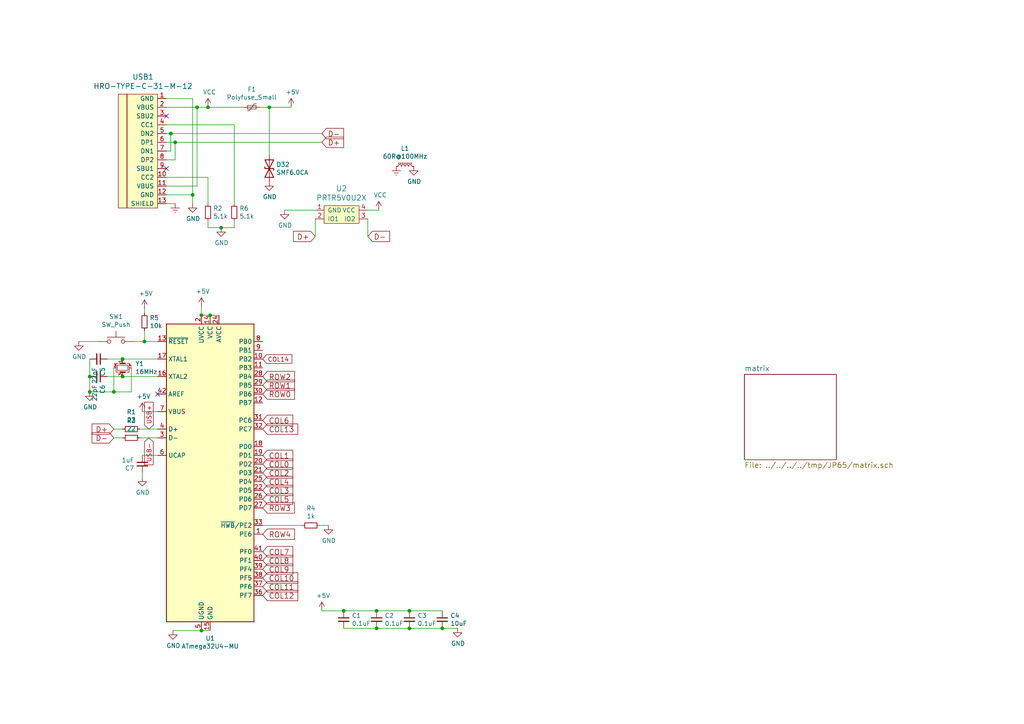
<source format=kicad_sch>
(kicad_sch (version 20230121) (generator eeschema)
  (paper "A4")
  (lib_symbols
    (symbol "Device:C_Small" (pin_numbers hide) (pin_names (offset 0.254) hide)
      (property "Reference" "C" (at 0.254 1.778 0))
      (property "Value" "C_Small" (at 0.254 -2.032 0))
      (symbol "C_Small_0_1"
        (polyline (pts (xy -1.524 -0.508) (xy 1.524 -0.508)) (stroke (width 0.3302)))
        (polyline (pts (xy -1.524 0.508) (xy 1.524 0.508)) (stroke (width 0.3048)))
      )
      (symbol "C_Small_1_1"
        (pin passive line (at 0 2.54 270) (length 2.032) (name "~") (number "1"))
        (pin passive line (at 0 -2.54 90) (length 2.032) (name "~") (number "2"))
      )
    )
    (symbol "Device:Crystal_GND24_Small" (pin_names (offset 1.016) hide)
      (property "Reference" "Y" (at 1.27 4.445 0))
      (property "Value" "Crystal_GND24_Small" (at 1.27 2.54 0))
      (symbol "Crystal_GND24_Small_0_1"
        (rectangle (start -0.762 -1.524) (end 0.762 1.524))
        (polyline (pts (xy -1.27 -0.762) (xy -1.27 0.762)) (stroke (width 0.381)))
        (polyline (pts (xy 1.27 -0.762) (xy 1.27 0.762)) (stroke (width 0.381)))
        (polyline (pts (xy -1.27 -1.27) (xy -1.27 -1.905) (xy 1.27 -1.905) (xy 1.27 -1.27)))
        (polyline (pts (xy -1.27 1.27) (xy -1.27 1.905) (xy 1.27 1.905) (xy 1.27 1.27)))
      )
      (symbol "Crystal_GND24_Small_1_1"
        (pin passive line (at -2.54 0 0) (length 1.27) (name "1") (number "1"))
        (pin passive line (at 0 -2.54 90) (length 0.635) (name "2") (number "2"))
        (pin passive line (at 2.54 0 180) (length 1.27) (name "3") (number "3"))
        (pin passive line (at 0 2.54 270) (length 0.635) (name "4") (number "4"))
      )
    )
    (symbol "Device:D_TVS" (pin_numbers hide) (pin_names (offset 1.016) hide)
      (property "Reference" "D" (at 0 2.54 0))
      (property "Value" "D_TVS" (at 0 -2.54 0))
      (symbol "D_TVS_0_1"
        (polyline (pts (xy 1.27 0) (xy -1.27 0)))
        (polyline (pts (xy 0.508 1.27) (xy 0 1.27) (xy 0 -1.27) (xy -0.508 -1.27)) (stroke (width 0.254)))
        (polyline (pts (xy -2.54 1.27) (xy -2.54 -1.27) (xy 2.54 1.27) (xy 2.54 -1.27) (xy -2.54 1.27)) (stroke (width 0.254)))
      )
      (symbol "D_TVS_1_1"
        (pin passive line (at -3.81 0 0) (length 2.54) (name "A1") (number "1"))
        (pin passive line (at 3.81 0 180) (length 2.54) (name "A2") (number "2"))
      )
    )
    (symbol "Device:Polyfuse_Small" (pin_numbers hide) (pin_names (offset 0))
      (property "Reference" "F" (at -1.905 0 90))
      (property "Value" "Polyfuse_Small" (at 1.905 0 90))
      (symbol "Polyfuse_Small_0_1"
        (rectangle (start -0.508 1.27) (end 0.508 -1.27))
        (polyline (pts (xy 0 2.54) (xy 0 -2.54)))
        (polyline (pts (xy -1.016 1.27) (xy -1.016 0.762) (xy 1.016 -0.762) (xy 1.016 -1.27)))
      )
      (symbol "Polyfuse_Small_1_1"
        (pin passive line (at 0 2.54 270) (length 0.635) (name "~") (number "1"))
        (pin passive line (at 0 -2.54 90) (length 0.635) (name "~") (number "2"))
      )
    )
    (symbol "Device:R_Small" (pin_numbers hide) (pin_names (offset 0.254) hide)
      (property "Reference" "R" (at 0.762 0.508 0))
      (property "Value" "R_Small" (at 0.762 -1.016 0))
      (symbol "R_Small_0_1"
        (rectangle (start -0.762 1.778) (end 0.762 -1.778) (stroke (width 0.2032)))
      )
      (symbol "R_Small_1_1"
        (pin passive line (at 0 2.54 270) (length 0.762) (name "~") (number "1"))
        (pin passive line (at 0 -2.54 90) (length 0.762) (name "~") (number "2"))
      )
    )
    (symbol "JP65-rescue:ATmega32U4-MU-MCU_Microchip_ATmega"
      (property "Reference" "U" (at -12.7 44.45 0))
      (property "Value" "MCU_Microchip_ATmega_ATmega32U4-MU" (at 2.54 -44.45 0))
      (symbol "ATmega32U4-MU-MCU_Microchip_ATmega_0_1"
        (rectangle (start -12.7 -43.18) (end 12.7 43.18) (stroke (width 0.254)) (fill (type background)))
      )
      (symbol "ATmega32U4-MU-MCU_Microchip_ATmega_1_1"
        (pin tri_state line (at 15.24 -17.78 180) (length 2.54) (name "PE6") (number "1"))
        (pin tri_state line (at 15.24 33.02 180) (length 2.54) (name "PB2") (number "10"))
        (pin tri_state line (at 15.24 30.48 180) (length 2.54) (name "PB3") (number "11"))
        (pin tri_state line (at 15.24 20.32 180) (length 2.54) (name "PB7") (number "12"))
        (pin input line (at -15.24 38.1 0) (length 2.54) (name "~{RESET}") (number "13"))
        (pin power_in line (at 0 45.72 270) (length 2.54) (name "VCC") (number "14"))
        (pin power_in line (at 0 -45.72 90) (length 2.54) (name "GND") (number "15"))
        (pin output line (at -15.24 27.94 0) (length 2.54) (name "XTAL2") (number "16"))
        (pin input line (at -15.24 33.02 0) (length 2.54) (name "XTAL1") (number "17"))
        (pin tri_state line (at 15.24 7.62 180) (length 2.54) (name "PD0") (number "18"))
        (pin tri_state line (at 15.24 5.08 180) (length 2.54) (name "PD1") (number "19"))
        (pin power_in line (at -2.54 45.72 270) (length 2.54) (name "UVCC") (number "2"))
        (pin tri_state line (at 15.24 2.54 180) (length 2.54) (name "PD2") (number "20"))
        (pin tri_state line (at 15.24 0 180) (length 2.54) (name "PD3") (number "21"))
        (pin tri_state line (at 15.24 -5.08 180) (length 2.54) (name "PD5") (number "22"))
        (pin passive line (at 0 -45.72 90) (length 2.54) hide (name "GND") (number "23"))
        (pin power_in line (at 2.54 45.72 270) (length 2.54) (name "AVCC") (number "24"))
        (pin tri_state line (at 15.24 -2.54 180) (length 2.54) (name "PD4") (number "25"))
        (pin tri_state line (at 15.24 -7.62 180) (length 2.54) (name "PD6") (number "26"))
        (pin tri_state line (at 15.24 -10.16 180) (length 2.54) (name "PD7") (number "27"))
        (pin tri_state line (at 15.24 27.94 180) (length 2.54) (name "PB4") (number "28"))
        (pin tri_state line (at 15.24 25.4 180) (length 2.54) (name "PB5") (number "29"))
        (pin bidirectional line (at -15.24 10.16 0) (length 2.54) (name "D-") (number "3"))
        (pin tri_state line (at 15.24 22.86 180) (length 2.54) (name "PB6") (number "30"))
        (pin tri_state line (at 15.24 15.24 180) (length 2.54) (name "PC6") (number "31"))
        (pin tri_state line (at 15.24 12.7 180) (length 2.54) (name "PC7") (number "32"))
        (pin tri_state line (at 15.24 -15.24 180) (length 2.54) (name "~{HWB}/PE2") (number "33"))
        (pin passive line (at 0 45.72 270) (length 2.54) hide (name "VCC") (number "34"))
        (pin passive line (at 0 -45.72 90) (length 2.54) hide (name "GND") (number "35"))
        (pin tri_state line (at 15.24 -35.56 180) (length 2.54) (name "PF7") (number "36"))
        (pin tri_state line (at 15.24 -33.02 180) (length 2.54) (name "PF6") (number "37"))
        (pin tri_state line (at 15.24 -30.48 180) (length 2.54) (name "PF5") (number "38"))
        (pin tri_state line (at 15.24 -27.94 180) (length 2.54) (name "PF4") (number "39"))
        (pin bidirectional line (at -15.24 12.7 0) (length 2.54) (name "D+") (number "4"))
        (pin tri_state line (at 15.24 -25.4 180) (length 2.54) (name "PF1") (number "40"))
        (pin tri_state line (at 15.24 -22.86 180) (length 2.54) (name "PF0") (number "41"))
        (pin passive line (at -15.24 22.86 0) (length 2.54) (name "AREF") (number "42"))
        (pin passive line (at 0 -45.72 90) (length 2.54) hide (name "GND") (number "43"))
        (pin passive line (at 2.54 45.72 270) (length 2.54) hide (name "AVCC") (number "44"))
        (pin passive line (at 0 -45.72 90) (length 2.54) hide (name "GND") (number "45"))
        (pin passive line (at -2.54 -45.72 90) (length 2.54) (name "UGND") (number "5"))
        (pin passive line (at -15.24 5.08 0) (length 2.54) (name "UCAP") (number "6"))
        (pin input line (at -15.24 17.78 0) (length 2.54) (name "VBUS") (number "7"))
        (pin tri_state line (at 15.24 38.1 180) (length 2.54) (name "PB0") (number "8"))
        (pin tri_state line (at 15.24 35.56 180) (length 2.54) (name "PB1") (number "9"))
      )
    )
    (symbol "JP65-rescue:HRO-TYPE-C-31-M-12-Type-C" (pin_names (offset 1.016))
      (property "Reference" "USB" (at -5.08 16.51 0))
      (property "Value" "Type-C_HRO-TYPE-C-31-M-12" (at -10.16 -1.27 90))
      (symbol "HRO-TYPE-C-31-M-12-Type-C_0_1"
        (rectangle (start -11.43 15.24) (end -8.89 -17.78) (fill (type background)))
        (rectangle (start 0 -17.78) (end -8.89 15.24) (fill (type background)))
      )
      (symbol "HRO-TYPE-C-31-M-12-Type-C_1_1"
        (pin input line (at 2.54 13.97 180) (length 2.54) (name "GND") (number "1"))
        (pin input line (at 2.54 -8.89 180) (length 2.54) (name "CC2") (number "10"))
        (pin input line (at 2.54 -11.43 180) (length 2.54) (name "VBUS") (number "11"))
        (pin input line (at 2.54 -13.97 180) (length 2.54) (name "GND") (number "12"))
        (pin input line (at 2.54 -16.51 180) (length 2.54) (name "SHIELD") (number "13"))
        (pin input line (at 2.54 11.43 180) (length 2.54) (name "VBUS") (number "2"))
        (pin input line (at 2.54 8.89 180) (length 2.54) (name "SBU2") (number "3"))
        (pin input line (at 2.54 6.35 180) (length 2.54) (name "CC1") (number "4"))
        (pin input line (at 2.54 3.81 180) (length 2.54) (name "DN2") (number "5"))
        (pin input line (at 2.54 1.27 180) (length 2.54) (name "DP1") (number "6"))
        (pin input line (at 2.54 -1.27 180) (length 2.54) (name "DN1") (number "7"))
        (pin input line (at 2.54 -3.81 180) (length 2.54) (name "DP2") (number "8"))
        (pin input line (at 2.54 -6.35 180) (length 2.54) (name "SBU1") (number "9"))
      )
    )
    (symbol "JP65-rescue:L_Core_Ferrite_Small-Device" (pin_numbers hide) (pin_names (offset 0.254) hide)
      (property "Reference" "L" (at 1.27 1.016 0))
      (property "Value" "Device_L_Core_Ferrite_Small" (at 1.27 -1.27 0))
      (symbol "L_Core_Ferrite_Small-Device_0_1"
        (arc (start 0 -2.032) (mid 0.5058 -1.524) (end 0 -1.016))
        (arc (start 0 -1.016) (mid 0.5058 -0.508) (end 0 0))
        (polyline (pts (xy 0.762 -1.905) (xy 0.762 -1.651)))
        (polyline (pts (xy 0.762 -1.397) (xy 0.762 -1.143)))
        (polyline (pts (xy 0.762 -0.889) (xy 0.762 -0.635)))
        (polyline (pts (xy 0.762 -0.381) (xy 0.762 -0.127)))
        (polyline (pts (xy 0.762 0.127) (xy 0.762 0.381)))
        (polyline (pts (xy 0.762 0.635) (xy 0.762 0.889)))
        (polyline (pts (xy 0.762 1.143) (xy 0.762 1.397)))
        (polyline (pts (xy 0.762 1.651) (xy 0.762 1.905)))
        (polyline (pts (xy 1.016 -1.651) (xy 1.016 -1.905)))
        (polyline (pts (xy 1.016 -1.143) (xy 1.016 -1.397)))
        (polyline (pts (xy 1.016 -0.635) (xy 1.016 -0.889)))
        (polyline (pts (xy 1.016 -0.127) (xy 1.016 -0.381)))
        (polyline (pts (xy 1.016 0.381) (xy 1.016 0.127)))
        (polyline (pts (xy 1.016 0.889) (xy 1.016 0.635)))
        (polyline (pts (xy 1.016 1.397) (xy 1.016 1.143)))
        (polyline (pts (xy 1.016 1.905) (xy 1.016 1.651)))
        (arc (start 0 0) (mid 0.5058 0.508) (end 0 1.016))
        (arc (start 0 1.016) (mid 0.5058 1.524) (end 0 2.032))
      )
      (symbol "L_Core_Ferrite_Small-Device_1_1"
        (pin passive line (at 0 2.54 270) (length 0.508) (name "~") (number "1"))
        (pin passive line (at 0 -2.54 90) (length 0.508) (name "~") (number "2"))
      )
    )
    (symbol "Switch:SW_Push" (pin_numbers hide) (pin_names (offset 1.016) hide)
      (property "Reference" "SW" (at 1.27 2.54 0))
      (property "Value" "SW_Push" (at 0 -1.524 0))
      (symbol "SW_Push_0_1"
        (circle (center -2.032 0) (radius 0.508))
        (polyline (pts (xy 0 1.27) (xy 0 3.048)))
        (polyline (pts (xy 2.54 1.27) (xy -2.54 1.27)))
        (circle (center 2.032 0) (radius 0.508))
        (pin passive line (at -5.08 0 0) (length 2.54) (name "1") (number "1"))
        (pin passive line (at 5.08 0 180) (length 2.54) (name "2") (number "2"))
      )
    )
    (symbol "ai03-locallib:PRTR5V0U2X" (pin_names (offset 1.016))
      (property "Reference" "U" (at 0 3.81 0))
      (property "Value" "PRTR5V0U2X" (at 0 -3.81 0))
      (symbol "PRTR5V0U2X_0_1"
        (rectangle (start -5.08 2.54) (end 5.08 -2.54) (fill (type background)))
      )
      (symbol "PRTR5V0U2X_1_1"
        (pin input line (at -7.62 1.27 0) (length 2.54) (name "GND") (number "1"))
        (pin input line (at -7.62 -1.27 0) (length 2.54) (name "IO1") (number "2"))
        (pin input line (at 7.62 -1.27 180) (length 2.54) (name "IO2") (number "3"))
        (pin input line (at 7.62 1.27 180) (length 2.54) (name "VCC") (number "4"))
      )
    )
    (symbol "power:+5V" (power) (pin_names (offset 0))
      (property "Value" "+5V" (at 0 3.556 0))
      (symbol "+5V_0_1"
        (polyline (pts (xy -0.762 1.27) (xy 0 2.54)))
        (polyline (pts (xy 0 0) (xy 0 2.54)))
        (polyline (pts (xy 0 2.54) (xy 0.762 1.27)))
      )
      (symbol "+5V_1_1"
        (pin power_in line (at 0 0 90) (length 0) hide (name "+5V") (number "1"))
      )
    )
    (symbol "power:Earth" (power) (pin_names (offset 0))
      (symbol "Earth_0_1"
        (polyline (pts (xy -0.635 -1.905) (xy 0.635 -1.905)))
        (polyline (pts (xy -0.127 -2.54) (xy 0.127 -2.54)))
        (polyline (pts (xy 0 -1.27) (xy 0 0)))
        (polyline (pts (xy 1.27 -1.27) (xy -1.27 -1.27)))
      )
      (symbol "Earth_1_1"
        (pin power_in line (at 0 0 270) (length 0) hide (name "Earth") (number "1"))
      )
    )
    (symbol "power:GND" (power) (pin_names (offset 0))
      (property "Value" "GND" (at 0 -3.81 0))
      (symbol "GND_0_1"
        (polyline (pts (xy 0 0) (xy 0 -1.27) (xy 1.27 -1.27) (xy 0 -2.54) (xy -1.27 -1.27) (xy 0 -1.27)))
      )
      (symbol "GND_1_1"
        (pin power_in line (at 0 0 270) (length 0) hide (name "GND") (number "1"))
      )
    )
    (symbol "power:VCC" (power) (pin_names (offset 0))
      (property "Value" "VCC" (at 0 3.81 0))
      (symbol "VCC_0_1"
        (polyline (pts (xy -0.762 1.27) (xy 0 2.54)))
        (polyline (pts (xy 0 0) (xy 0 2.54)))
        (polyline (pts (xy 0 2.54) (xy 0.762 1.27)))
      )
      (symbol "VCC_1_1"
        (pin power_in line (at 0 0 90) (length 0) hide (name "VCC") (number "1"))
      )
    )
  )
  (junction (at 33.02 113.665))
  (junction (at 118.745 182.245))
  (junction (at 26.035 113.665))
  (junction (at 41.91 99.06))
  (junction (at 60.96 91.44))
  (junction (at 118.745 177.165))
  (junction (at 58.42 91.44))
  (junction (at 49.53 38.735))
  (junction (at 64.135 66.04))
  (junction (at 109.22 182.245))
  (junction (at 35.56 109.22))
  (junction (at 57.15 31.115))
  (junction (at 128.27 182.245))
  (junction (at 50.8 41.275))
  (junction (at 35.56 104.14))
  (junction (at 78.105 31.115))
  (junction (at 99.695 177.165))
  (junction (at 60.325 31.115))
  (junction (at 55.88 56.515))
  (junction (at 58.42 182.88))
  (junction (at 26.035 109.22))
  (junction (at 109.22 177.165))
  (no_connect (at 45.72 114.3))
  (no_connect (at 48.26 33.655))
  (no_connect (at 48.26 48.895))
  (wire (pts (xy 33.02 124.46) (xy 35.56 124.46)))
  (wire (pts (xy 40.64 127) (xy 45.72 127)))
  (wire (pts (xy 22.86 99.06) (xy 28.575 99.06)))
  (wire (pts (xy 55.88 56.515) (xy 48.26 56.515)))
  (wire (pts (xy 128.27 182.245) (xy 132.715 182.245)))
  (wire (pts (xy 109.855 60.96) (xy 106.68 60.96)))
  (wire (pts (xy 67.945 36.195) (xy 48.26 36.195)))
  (wire (pts (xy 109.22 177.165) (xy 118.745 177.165)))
  (wire (pts (xy 45.72 124.46) (xy 40.64 124.46)))
  (wire (pts (xy 26.035 113.665) (xy 33.02 113.665)))
  (wire (pts (xy 67.945 59.055) (xy 67.945 36.195)))
  (wire (pts (xy 48.26 38.735) (xy 49.53 38.735)))
  (wire (pts (xy 49.53 38.735) (xy 49.53 43.815)))
  (wire (pts (xy 41.91 99.06) (xy 38.735 99.06)))
  (wire (pts (xy 57.15 31.115) (xy 60.325 31.115)))
  (wire (pts (xy 41.275 138.43) (xy 41.275 137.16)))
  (wire (pts (xy 35.56 104.14) (xy 31.115 104.14)))
  (wire (pts (xy 50.8 46.355) (xy 50.8 41.275)))
  (wire (pts (xy 41.91 95.885) (xy 41.91 99.06)))
  (wire (pts (xy 78.105 45.085) (xy 78.105 31.115)))
  (wire (pts (xy 26.035 104.14) (xy 26.035 109.22)))
  (wire (pts (xy 41.91 99.06) (xy 45.72 99.06)))
  (wire (pts (xy 91.44 68.58) (xy 91.44 63.5)))
  (wire (pts (xy 41.275 132.08) (xy 45.72 132.08)))
  (wire (pts (xy 35.56 109.22) (xy 45.72 109.22)))
  (wire (pts (xy 118.745 182.245) (xy 128.27 182.245)))
  (wire (pts (xy 118.745 177.165) (xy 128.27 177.165)))
  (wire (pts (xy 106.68 68.58) (xy 106.68 63.5)))
  (wire (pts (xy 49.53 38.735) (xy 93.345 38.735)))
  (wire (pts (xy 50.8 41.275) (xy 48.26 41.275)))
  (wire (pts (xy 60.325 31.115) (xy 70.485 31.115)))
  (wire (pts (xy 60.325 66.04) (xy 60.325 64.135)))
  (wire (pts (xy 99.695 177.165) (xy 109.22 177.165)))
  (wire (pts (xy 67.945 66.04) (xy 67.945 64.135)))
  (wire (pts (xy 64.135 66.04) (xy 60.325 66.04)))
  (wire (pts (xy 38.1 106.68) (xy 38.1 113.665)))
  (wire (pts (xy 41.275 119.38) (xy 45.72 119.38)))
  (wire (pts (xy 50.165 182.88) (xy 58.42 182.88)))
  (wire (pts (xy 60.96 182.88) (xy 58.42 182.88)))
  (wire (pts (xy 57.15 53.975) (xy 48.26 53.975)))
  (wire (pts (xy 48.26 28.575) (xy 55.88 28.575)))
  (wire (pts (xy 55.88 59.055) (xy 55.88 56.515)))
  (wire (pts (xy 50.8 41.275) (xy 93.345 41.275)))
  (wire (pts (xy 82.55 60.96) (xy 91.44 60.96)))
  (wire (pts (xy 60.325 51.435) (xy 48.26 51.435)))
  (wire (pts (xy 58.42 91.44) (xy 60.96 91.44)))
  (wire (pts (xy 31.115 109.22) (xy 35.56 109.22)))
  (wire (pts (xy 48.26 46.355) (xy 50.8 46.355)))
  (wire (pts (xy 48.26 31.115) (xy 57.15 31.115)))
  (wire (pts (xy 63.5 91.44) (xy 60.96 91.44)))
  (wire (pts (xy 58.42 88.9) (xy 58.42 91.44)))
  (wire (pts (xy 41.91 89.535) (xy 41.91 90.805)))
  (wire (pts (xy 49.53 43.815) (xy 48.26 43.815)))
  (wire (pts (xy 33.02 113.665) (xy 33.02 106.68)))
  (wire (pts (xy 33.02 127) (xy 35.56 127)))
  (wire (pts (xy 45.72 104.14) (xy 35.56 104.14)))
  (wire (pts (xy 50.8 59.055) (xy 48.26 59.055)))
  (wire (pts (xy 99.695 182.245) (xy 109.22 182.245)))
  (wire (pts (xy 109.22 182.245) (xy 118.745 182.245)))
  (wire (pts (xy 26.035 109.22) (xy 26.035 113.665)))
  (wire (pts (xy 87.63 152.4) (xy 76.2 152.4)))
  (wire (pts (xy 75.565 31.115) (xy 78.105 31.115)))
  (wire (pts (xy 64.135 66.04) (xy 67.945 66.04)))
  (wire (pts (xy 57.15 31.115) (xy 57.15 53.975)))
  (wire (pts (xy 60.325 59.055) (xy 60.325 51.435)))
  (wire (pts (xy 93.345 177.165) (xy 99.695 177.165)))
  (wire (pts (xy 78.105 31.115) (xy 84.455 31.115)))
  (wire (pts (xy 55.88 28.575) (xy 55.88 56.515)))
  (wire (pts (xy 95.25 152.4) (xy 92.71 152.4)))
  (wire (pts (xy 38.1 113.665) (xy 33.02 113.665)))
  (global_label "D+" (shape input) (at 91.44 68.58 180) (effects (font (size 1.524 1.524))) (property "Intersheetrefs" "${INTERSHEET_REFS}" (effects hide)))
  (global_label "COL3" (shape input) (at 76.2 142.24 0) (effects (font (size 1.524 1.524))) (property "Intersheetrefs" "${INTERSHEET_REFS}" (effects hide)))
  (global_label "COL12" (shape input) (at 76.2 172.72 0) (effects (font (size 1.524 1.524))) (property "Intersheetrefs" "${INTERSHEET_REFS}" (effects hide)))
  (global_label "COL11" (shape input) (at 76.2 170.18 0) (effects (font (size 1.524 1.524))) (property "Intersheetrefs" "${INTERSHEET_REFS}" (effects hide)))
  (global_label "ROW0" (shape input) (at 76.2 114.3 0) (effects (font (size 1.524 1.524))) (property "Intersheetrefs" "${INTERSHEET_REFS}" (effects hide)))
  (global_label "COL10" (shape input) (at 76.2 167.64 0) (effects (font (size 1.524 1.524))) (property "Intersheetrefs" "${INTERSHEET_REFS}" (effects hide)))
  (global_label "COL0" (shape input) (at 76.2 134.62 0) (effects (font (size 1.524 1.524))) (property "Intersheetrefs" "${INTERSHEET_REFS}" (effects hide)))
  (global_label "D+" (shape input) (at 93.345 41.275 0) (effects (font (size 1.524 1.524))) (property "Intersheetrefs" "${INTERSHEET_REFS}" (effects hide)))
  (global_label "COL7" (shape input) (at 76.2 160.02 0) (effects (font (size 1.524 1.524))) (property "Intersheetrefs" "${INTERSHEET_REFS}" (effects hide)))
  (global_label "USB+" (shape input) (at 43.18 124.46 90) (property "Intersheetrefs" "${INTERSHEET_REFS}" (effects hide)))
  (global_label "D-" (shape input) (at 93.345 38.735 0) (effects (font (size 1.524 1.524))) (property "Intersheetrefs" "${INTERSHEET_REFS}" (effects hide)))
  (global_label "COL4" (shape input) (at 76.2 139.7 0) (effects (font (size 1.524 1.524))) (property "Intersheetrefs" "${INTERSHEET_REFS}" (effects hide)))
  (global_label "COL1" (shape input) (at 76.2 132.08 0) (effects (font (size 1.524 1.524))) (property "Intersheetrefs" "${INTERSHEET_REFS}" (effects hide)))
  (global_label "D-" (shape input) (at 106.68 68.58 0) (effects (font (size 1.524 1.524))) (property "Intersheetrefs" "${INTERSHEET_REFS}" (effects hide)))
  (global_label "COL14" (shape input) (at 76.2 104.14 0) (property "Intersheetrefs" "${INTERSHEET_REFS}" (effects hide)))
  (global_label "USB-" (shape input) (at 43.18 127 270) (property "Intersheetrefs" "${INTERSHEET_REFS}" (effects hide)))
  (global_label "COL13" (shape input) (at 76.2 124.46 0) (effects (font (size 1.524 1.524))) (property "Intersheetrefs" "${INTERSHEET_REFS}" (effects hide)))
  (global_label "ROW4" (shape input) (at 76.2 154.94 0) (effects (font (size 1.524 1.524))) (property "Intersheetrefs" "${INTERSHEET_REFS}" (effects hide)))
  (global_label "D-" (shape input) (at 33.02 127 180) (effects (font (size 1.524 1.524))) (property "Intersheetrefs" "${INTERSHEET_REFS}" (effects hide)))
  (global_label "COL5" (shape input) (at 76.2 144.78 0) (effects (font (size 1.524 1.524))) (property "Intersheetrefs" "${INTERSHEET_REFS}" (effects hide)))
  (global_label "ROW1" (shape input) (at 76.2 111.76 0) (effects (font (size 1.524 1.524))) (property "Intersheetrefs" "${INTERSHEET_REFS}" (effects hide)))
  (global_label "COL6" (shape input) (at 76.2 121.92 0) (effects (font (size 1.524 1.524))) (property "Intersheetrefs" "${INTERSHEET_REFS}" (effects hide)))
  (global_label "COL2" (shape input) (at 76.2 137.16 0) (effects (font (size 1.524 1.524))) (property "Intersheetrefs" "${INTERSHEET_REFS}" (effects hide)))
  (global_label "ROW3" (shape input) (at 76.2 147.32 0) (effects (font (size 1.524 1.524))) (property "Intersheetrefs" "${INTERSHEET_REFS}" (effects hide)))
  (global_label "COL8" (shape input) (at 76.2 162.56 0) (effects (font (size 1.524 1.524))) (property "Intersheetrefs" "${INTERSHEET_REFS}" (effects hide)))
  (global_label "ROW2" (shape input) (at 76.2 109.22 0) (effects (font (size 1.524 1.524))) (property "Intersheetrefs" "${INTERSHEET_REFS}" (effects hide)))
  (global_label "D+" (shape input) (at 33.02 124.46 180) (effects (font (size 1.524 1.524))) (property "Intersheetrefs" "${INTERSHEET_REFS}" (effects hide)))
  (global_label "COL9" (shape input) (at 76.2 165.1 0) (effects (font (size 1.524 1.524))) (property "Intersheetrefs" "${INTERSHEET_REFS}" (effects hide)))
  (symbol (lib_id "Device:C_Small") (at 99.695 179.705 0) (unit 1)
    (property "Reference" "C1" (at 102.0318 178.5366 0) (effects (justify left)))
    (property "Value" "0.1uF" (at 102.0318 180.848 0) (effects (justify left)))
    (property "Footprint" "Capacitor_SMD:C_0603_1608Metric" (effects hide))
  )
  (symbol (lib_id "power:+5V") (at 84.455 31.115 0) (unit 1)
    (property "Reference" "#PWR0103" (effects hide))
    (property "Value" "+5V" (at 84.836 26.7208 0))
  )
  (symbol (lib_id "Device:C_Small") (at 109.22 179.705 0) (unit 1)
    (property "Reference" "C2" (at 111.5568 178.5366 0) (effects (justify left)))
    (property "Value" "0.1uF" (at 111.5568 180.848 0) (effects (justify left)))
    (property "Footprint" "Capacitor_SMD:C_0603_1608Metric" (effects hide))
  )
  (symbol (lib_id "Device:C_Small") (at 118.745 179.705 0) (unit 1)
    (property "Reference" "C3" (at 121.0818 178.5366 0) (effects (justify left)))
    (property "Value" "0.1uF" (at 121.0818 180.848 0) (effects (justify left)))
    (property "Footprint" "Capacitor_SMD:C_0603_1608Metric" (effects hide))
  )
  (symbol (lib_id "Device:C_Small") (at 128.27 179.705 0) (unit 1)
    (property "Reference" "C4" (at 130.6068 178.5366 0) (effects (justify left)))
    (property "Value" "10uF" (at 130.6068 180.848 0) (effects (justify left)))
    (property "Footprint" "Capacitor_SMD:C_0603_1608Metric" (effects hide))
  )
  (symbol (lib_id "power:GND") (at 132.715 182.245 0) (unit 1)
    (property "Reference" "#PWR0101" (effects hide))
    (property "Value" "GND" (at 132.842 186.6392 0))
  )
  (symbol (lib_id "Device:Crystal_GND24_Small") (at 35.56 106.68 270) (unit 1)
    (property "Reference" "Y1" (at 39.2176 105.5116 90) (effects (justify left)))
    (property "Value" "16MHz" (at 39.2176 107.823 90) (effects (justify left)))
    (property "Footprint" "Crystal:Crystal_SMD_3225-4Pin_3.2x2.5mm" (effects hide))
  )
  (symbol (lib_id "Device:C_Small") (at 28.575 104.14 270) (unit 1)
    (property "Reference" "C5" (at 29.7434 106.4768 0) (effects (justify left)))
    (property "Value" "22pF" (at 27.432 106.4768 0) (effects (justify left)))
    (property "Footprint" "Capacitor_SMD:C_0603_1608Metric" (effects hide))
  )
  (symbol (lib_id "Device:C_Small") (at 28.575 109.22 270) (unit 1)
    (property "Reference" "C6" (at 29.7434 111.5568 0) (effects (justify left)))
    (property "Value" "22pF" (at 27.432 111.5568 0) (effects (justify left)))
    (property "Footprint" "Capacitor_SMD:C_0603_1608Metric" (effects hide))
  )
  (symbol (lib_id "power:GND") (at 26.035 113.665 0) (unit 1)
    (property "Reference" "#PWR0102" (effects hide))
    (property "Value" "GND" (at 26.162 118.0592 0))
  )
  (symbol (lib_id "power:+5V") (at 41.275 119.38 0) (unit 1)
    (property "Reference" "#PWR0105" (effects hide))
    (property "Value" "+5V" (at 41.656 114.9858 0))
  )
  (symbol (lib_id "Device:R_Small") (at 38.1 124.46 270) (unit 1)
    (property "Reference" "R1" (at 38.1 119.4816 90))
    (property "Value" "22" (at 38.1 121.793 90))
    (property "Footprint" "Resistor_SMD:R_0603_1608Metric" (effects hide))
  )
  (symbol (lib_id "Device:R_Small") (at 38.1 127 270) (unit 1)
    (property "Reference" "R3" (at 38.1 122.0216 90))
    (property "Value" "22" (at 38.1 124.333 90))
    (property "Footprint" "Resistor_SMD:R_0603_1608Metric" (effects hide))
  )
  (symbol (lib_id "Device:C_Small") (at 41.275 134.62 180) (unit 1)
    (property "Reference" "C7" (at 38.9382 135.7884 0) (effects (justify left)))
    (property "Value" "1uF" (at 38.9382 133.477 0) (effects (justify left)))
    (property "Footprint" "Capacitor_SMD:C_0603_1608Metric" (effects hide))
  )
  (symbol (lib_id "power:GND") (at 41.275 138.43 0) (unit 1)
    (property "Reference" "#PWR0106" (effects hide))
    (property "Value" "GND" (at 41.402 142.8242 0))
  )
  (symbol (lib_id "power:GND") (at 50.165 182.88 0) (unit 1)
    (property "Reference" "#PWR0108" (effects hide))
    (property "Value" "GND" (at 50.292 187.2742 0))
  )
  (symbol (lib_id "power:+5V") (at 58.42 88.9 0) (unit 1)
    (property "Reference" "#PWR0109" (effects hide))
    (property "Value" "+5V" (at 58.801 84.5058 0))
  )
  (symbol (lib_id "Device:R_Small") (at 90.17 152.4 270) (unit 1)
    (property "Reference" "R4" (at 90.17 147.4216 90))
    (property "Value" "1k" (at 90.17 149.733 90))
    (property "Footprint" "Resistor_SMD:R_0603_1608Metric" (effects hide))
  )
  (symbol (lib_id "power:GND") (at 95.25 152.4 0) (unit 1)
    (property "Reference" "#PWR0110" (effects hide))
    (property "Value" "GND" (at 95.377 156.7942 0))
  )
  (symbol (lib_id "power:+5V") (at 93.345 177.165 0) (unit 1)
    (property "Reference" "#PWR0111" (effects hide))
    (property "Value" "+5V" (at 93.726 172.7708 0))
  )
  (symbol (lib_id "JP65-rescue:ATmega32U4-MU-MCU_Microchip_ATmega") (at 60.96 137.16 0) (unit 1)
    (property "Reference" "U1" (at 60.96 185.1406 0))
    (property "Value" "ATmega32U4-MU" (at 60.96 187.452 0))
    (property "Footprint" "Package_DFN_QFN:QFN-44-1EP_7x7mm_P0.5mm_EP5.2x5.2mm" (effects hide))
    (property "Datasheet" "http://ww1.microchip.com/downloads/en/DeviceDoc/Atmel-7766-8-bit-AVR-ATmega16U4-32U4_Datasheet.pdf" (effects hide))
  )
  (symbol (lib_id "Switch:SW_Push") (at 33.655 99.06 0) (unit 1)
    (property "Reference" "SW1" (at 33.655 91.821 0))
    (property "Value" "SW_Push" (at 33.655 94.1324 0))
    (property "Footprint" "Button_Switch_SMD:SW_SPST_TL3342" (effects hide))
  )
  (symbol (lib_id "Device:R_Small") (at 41.91 93.345 180) (unit 1)
    (property "Reference" "R5" (at 43.4086 92.1766 0) (effects (justify right)))
    (property "Value" "10k" (at 43.4086 94.488 0) (effects (justify right)))
    (property "Footprint" "Resistor_SMD:R_0603_1608Metric" (effects hide))
  )
  (symbol (lib_id "power:+5V") (at 41.91 89.535 0) (unit 1)
    (property "Reference" "#PWR0107" (effects hide))
    (property "Value" "+5V" (at 42.291 85.1408 0))
  )
  (symbol (lib_id "power:GND") (at 22.86 99.06 0) (unit 1)
    (property "Reference" "#PWR0112" (effects hide))
    (property "Value" "GND" (at 22.987 103.4542 0))
  )
  (symbol (lib_id "JP65-rescue:HRO-TYPE-C-31-M-12-Type-C") (at 45.72 42.545 0) (unit 1)
    (property "Reference" "USB1" (at 41.4782 22.3012 0) (effects (font (size 1.524 1.524))))
    (property "Value" "HRO-TYPE-C-31-M-12" (at 41.4782 24.9936 0) (effects (font (size 1.524 1.524))))
    (property "Footprint" "Type-C:HRO-TYPE-C-31-M-12-Assembly" (effects hide))
  )
  (symbol (lib_id "ai03-locallib:PRTR5V0U2X") (at 99.06 62.23 0) (unit 1)
    (property "Reference" "U2" (at 99.06 54.6862 0) (effects (font (size 1.524 1.524))))
    (property "Value" "PRTR5V0U2X" (at 99.06 57.3786 0) (effects (font (size 1.524 1.524))))
    (property "Footprint" "random-keyboard-parts:SOT143B" (effects hide))
  )
  (symbol (lib_id "power:Earth") (at 50.8 59.055 0) (unit 1)
    (property "Reference" "#PWR0104" (effects hide))
    (property "Value" "Earth" (effects hide))
  )
  (symbol (lib_id "power:GND") (at 55.88 59.055 0) (unit 1)
    (property "Reference" "#PWR0113" (effects hide))
    (property "Value" "GND" (at 56.007 63.4492 0))
  )
  (symbol (lib_id "Device:Polyfuse_Small") (at 73.025 31.115 270) (unit 1)
    (property "Reference" "F1" (at 73.025 25.908 90))
    (property "Value" "Polyfuse_Small" (at 73.025 28.2194 90))
    (property "Footprint" "Fuse:Fuse_1206_3216Metric" (effects hide))
  )
  (symbol (lib_id "power:VCC") (at 60.325 31.115 0) (unit 1)
    (property "Reference" "#PWR0114" (effects hide))
    (property "Value" "VCC" (at 60.7568 26.7208 0))
  )
  (symbol (lib_id "Device:R_Small") (at 60.325 61.595 180) (unit 1)
    (property "Reference" "R2" (at 61.8236 60.4266 0) (effects (justify right)))
    (property "Value" "5.1k" (at 61.8236 62.738 0) (effects (justify right)))
    (property "Footprint" "Resistor_SMD:R_0603_1608Metric" (effects hide))
  )
  (symbol (lib_id "Device:R_Small") (at 67.945 61.595 180) (unit 1)
    (property "Reference" "R6" (at 69.4436 60.4266 0) (effects (justify right)))
    (property "Value" "5.1k" (at 69.4436 62.738 0) (effects (justify right)))
    (property "Footprint" "Resistor_SMD:R_0603_1608Metric" (effects hide))
  )
  (symbol (lib_id "Device:D_TVS") (at 78.105 48.895 90) (unit 1)
    (property "Reference" "D32" (at 80.1116 47.7266 90) (effects (justify right)))
    (property "Value" "SMF6.0CA" (at 80.1116 50.038 90) (effects (justify right)))
    (property "Footprint" "Diode_SMD:D_SOD-123" (effects hide))
  )
  (symbol (lib_id "power:GND") (at 64.135 66.04 0) (unit 1)
    (property "Reference" "#PWR0115" (effects hide))
    (property "Value" "GND" (at 64.262 70.4342 0))
  )
  (symbol (lib_id "power:GND") (at 78.105 52.705 0) (unit 1)
    (property "Reference" "#PWR0120" (effects hide))
    (property "Value" "GND" (at 78.232 57.0992 0))
  )
  (symbol (lib_id "power:GND") (at 82.55 60.96 0) (unit 1)
    (property "Reference" "#PWR0116" (effects hide))
    (property "Value" "GND" (at 82.677 65.3542 0))
  )
  (symbol (lib_id "power:VCC") (at 109.855 60.96 0) (unit 1)
    (property "Reference" "#PWR0117" (effects hide))
    (property "Value" "VCC" (at 110.2868 56.5658 0))
  )
  (symbol (lib_id "JP65-rescue:L_Core_Ferrite_Small-Device") (at 117.475 48.26 90) (unit 1)
    (property "Reference" "L1" (at 117.475 43.053 90))
    (property "Value" "60R@100MHz" (at 117.475 45.3644 90))
    (property "Footprint" "Inductor_SMD:L_1206_3216Metric" (effects hide))
  )
  (symbol (lib_id "power:Earth") (at 114.935 48.26 0) (unit 1)
    (property "Reference" "#PWR0118" (effects hide))
    (property "Value" "Earth" (effects hide))
  )
  (symbol (lib_id "power:GND") (at 120.015 48.26 0) (unit 1)
    (property "Reference" "#PWR0119" (effects hide))
    (property "Value" "GND" (at 120.142 52.6542 0))
  )
  (sheet (at 215.9 108.585) (size 26.67 24.765)
    (property "Sheetname" "matrix" (at 215.9 107.7464 0) (effects (font (size 1.524 1.524)) (justify left bottom)))
    (property "Sheetfile" "../../../../tmp/JP65/matrix.sch" (at 215.9 134.0362 0) (effects (font (size 1.524 1.524)) (justify left top)))
  )
)
</source>
